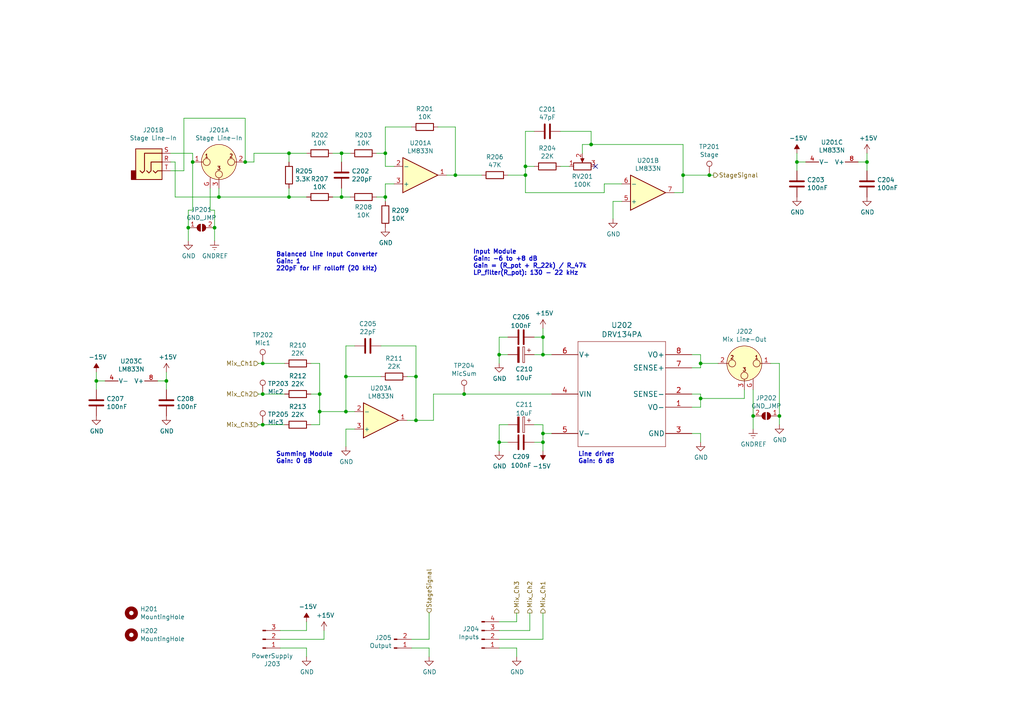
<source format=kicad_sch>
(kicad_sch (version 20211123) (generator eeschema)
  (paper "A4")
  (title_block (title "c3lingo interpeter unit -- mix and line I/O") (date "2022-12-30") (rev "v0.3.0") (company "Jannik Beyerstedt (jtbx)") (comment 1 "Prototype 2"))
  (lib_symbols
    (symbol "Amplifier_Operational:LM358" (pin_names (offset 0.127))
      (property "Reference" "U" (at 0 5.08 0))
      (property "Value" "LM358" (at 0 -5.08 0))
      (symbol "LM358_1_1"
        (polyline (pts (xy -5.08 5.08) (xy 5.08 0) (xy -5.08 -5.08) (xy -5.08 5.08)) (stroke (width 0.254)) (fill (type background)))
        (pin output line (at 7.62 0 180) (length 2.54) (name "~") (number "1"))
        (pin input line (at -7.62 -2.54 0) (length 2.54) (name "-") (number "2"))
        (pin input line (at -7.62 2.54 0) (length 2.54) (name "+") (number "3"))
      )
      (symbol "LM358_2_1"
        (polyline (pts (xy -5.08 5.08) (xy 5.08 0) (xy -5.08 -5.08) (xy -5.08 5.08)) (stroke (width 0.254)) (fill (type background)))
        (pin input line (at -7.62 2.54 0) (length 2.54) (name "+") (number "5"))
        (pin input line (at -7.62 -2.54 0) (length 2.54) (name "-") (number "6"))
        (pin output line (at 7.62 0 180) (length 2.54) (name "~") (number "7"))
      )
      (symbol "LM358_3_1"
        (pin power_in line (at -2.54 -7.62 90) (length 3.81) (name "V-") (number "4"))
        (pin power_in line (at -2.54 7.62 270) (length 3.81) (name "V+") (number "8"))
      )
    )
    (symbol "Connector:Conn_01x02_Male" (pin_names (offset 1.016) hide)
      (property "Reference" "J" (at 0 2.54 0))
      (property "Value" "Conn_01x02_Male" (at 0 -5.08 0))
      (symbol "Conn_01x02_Male_1_1"
        (polyline (pts (xy 1.27 -2.54) (xy 0.8636 -2.54)) (stroke (width 0.1524)))
        (polyline (pts (xy 1.27 0) (xy 0.8636 0)) (stroke (width 0.1524)))
        (rectangle (start 0.8636 -2.413) (end 0 -2.667) (stroke (width 0.1524)) (fill (type outline)))
        (rectangle (start 0.8636 0.127) (end 0 -0.127) (stroke (width 0.1524)) (fill (type outline)))
        (pin passive line (at 5.08 0 180) (length 3.81) (name "Pin_1") (number "1"))
        (pin passive line (at 5.08 -2.54 180) (length 3.81) (name "Pin_2") (number "2"))
      )
    )
    (symbol "Connector:Conn_01x03_Male" (pin_names (offset 1.016) hide)
      (property "Reference" "J" (at 0 5.08 0))
      (property "Value" "Conn_01x03_Male" (at 0 -5.08 0))
      (symbol "Conn_01x03_Male_1_1"
        (polyline (pts (xy 1.27 -2.54) (xy 0.8636 -2.54)) (stroke (width 0.1524)))
        (polyline (pts (xy 1.27 0) (xy 0.8636 0)) (stroke (width 0.1524)))
        (polyline (pts (xy 1.27 2.54) (xy 0.8636 2.54)) (stroke (width 0.1524)))
        (rectangle (start 0.8636 -2.413) (end 0 -2.667) (stroke (width 0.1524)) (fill (type outline)))
        (rectangle (start 0.8636 0.127) (end 0 -0.127) (stroke (width 0.1524)) (fill (type outline)))
        (rectangle (start 0.8636 2.667) (end 0 2.413) (stroke (width 0.1524)) (fill (type outline)))
        (pin passive line (at 5.08 2.54 180) (length 3.81) (name "Pin_1") (number "1"))
        (pin passive line (at 5.08 0 180) (length 3.81) (name "Pin_2") (number "2"))
        (pin passive line (at 5.08 -2.54 180) (length 3.81) (name "Pin_3") (number "3"))
      )
    )
    (symbol "Connector:Conn_01x04_Male" (pin_names (offset 1.016) hide)
      (property "Reference" "J" (at 0 5.08 0))
      (property "Value" "Conn_01x04_Male" (at 0 -7.62 0))
      (symbol "Conn_01x04_Male_1_1"
        (polyline (pts (xy 1.27 -5.08) (xy 0.8636 -5.08)) (stroke (width 0.1524)))
        (polyline (pts (xy 1.27 -2.54) (xy 0.8636 -2.54)) (stroke (width 0.1524)))
        (polyline (pts (xy 1.27 0) (xy 0.8636 0)) (stroke (width 0.1524)))
        (polyline (pts (xy 1.27 2.54) (xy 0.8636 2.54)) (stroke (width 0.1524)))
        (rectangle (start 0.8636 -4.953) (end 0 -5.207) (stroke (width 0.1524)) (fill (type outline)))
        (rectangle (start 0.8636 -2.413) (end 0 -2.667) (stroke (width 0.1524)) (fill (type outline)))
        (rectangle (start 0.8636 0.127) (end 0 -0.127) (stroke (width 0.1524)) (fill (type outline)))
        (rectangle (start 0.8636 2.667) (end 0 2.413) (stroke (width 0.1524)) (fill (type outline)))
        (pin passive line (at 5.08 2.54 180) (length 3.81) (name "Pin_1") (number "1"))
        (pin passive line (at 5.08 0 180) (length 3.81) (name "Pin_2") (number "2"))
        (pin passive line (at 5.08 -2.54 180) (length 3.81) (name "Pin_3") (number "3"))
        (pin passive line (at 5.08 -5.08 180) (length 3.81) (name "Pin_4") (number "4"))
      )
    )
    (symbol "Connector:TestPoint" (pin_numbers hide) (pin_names (offset 0.762) hide)
      (property "Reference" "TP" (at 0 6.858 0))
      (property "Value" "TestPoint" (at 0 5.08 0))
      (symbol "TestPoint_0_1"
        (circle (center 0 3.302) (radius 0.762))
      )
      (symbol "TestPoint_1_1"
        (pin passive line (at 0 0 90) (length 2.54) (name "1") (number "1"))
      )
    )
    (symbol "Connector:XLR3_AudioJack3_Combo_Ground" (pin_names hide)
      (property "Reference" "J" (at 0 10.16 0))
      (property "Value" "XLR3_AudioJack3_Combo_Ground" (at 0 7.62 0))
      (symbol "XLR3_AudioJack3_Combo_Ground_1_1"
        (circle (center -3.556 0) (radius 1.016))
        (circle (center 0 -3.556) (radius 1.016))
        (polyline (pts (xy -5.08 0) (xy -4.572 0)))
        (polyline (pts (xy -2.54 -5.08) (xy -2.54 -4.445)))
        (polyline (pts (xy 0 -5.08) (xy 0 -4.572)))
        (polyline (pts (xy 5.08 0) (xy 4.572 0)))
        (circle (center 0 0) (radius 5.08) (fill (type background)))
        (circle (center 3.556 0) (radius 1.016))
        (text "1" (at -3.556 1.778 0) (effects (font (size 1.016 1.016) bold)))
        (text "2" (at 3.556 1.778 0) (effects (font (size 1.016 1.016) bold)))
        (text "3" (at 0 -1.778 0) (effects (font (size 1.016 1.016) bold)))
        (pin passive line (at -7.62 0 0) (length 2.54) (name "~") (number "1"))
        (pin passive line (at 7.62 0 180) (length 2.54) (name "~") (number "2"))
        (pin passive line (at 0 -7.62 90) (length 2.54) (name "~") (number "3"))
        (pin passive line (at -2.54 -7.62 90) (length 2.54) (name "~") (number "G"))
      )
      (symbol "XLR3_AudioJack3_Combo_Ground_2_1"
        (rectangle (start -5.08 -2.54) (end -6.35 -5.08) (stroke (width 0.254)) (fill (type outline)))
        (polyline (pts (xy 0 -2.54) (xy 0.635 -3.175) (xy 1.27 -2.54) (xy 2.54 -2.54)) (stroke (width 0.254)))
        (polyline (pts (xy -1.905 -2.54) (xy -1.27 -3.175) (xy -0.635 -2.54) (xy -0.635 0) (xy 2.54 0)) (stroke (width 0.254)))
        (polyline (pts (xy 2.54 2.54) (xy -2.54 2.54) (xy -2.54 -2.54) (xy -3.175 -3.175) (xy -3.81 -2.54)) (stroke (width 0.254)))
        (rectangle (start 2.54 3.81) (end -5.08 -5.08) (stroke (width 0.254)) (fill (type background)))
        (pin passive line (at 5.08 0 180) (length 2.54) (name "~") (number "R"))
        (pin passive line (at 5.08 2.54 180) (length 2.54) (name "~") (number "S"))
        (pin passive line (at 5.08 -2.54 180) (length 2.54) (name "~") (number "T"))
      )
    )
    (symbol "Connector:XLR3_Ground" (pin_names hide)
      (property "Reference" "J" (at 0 8.89 0))
      (property "Value" "XLR3_Ground" (at 0 6.35 0))
      (symbol "XLR3_Ground_0_1"
        (circle (center -3.556 0) (radius 1.016))
        (circle (center 0 -3.556) (radius 1.016))
        (polyline (pts (xy -5.08 0) (xy -4.572 0)))
        (polyline (pts (xy -2.54 -5.08) (xy -2.54 -4.445)))
        (polyline (pts (xy 0 -5.08) (xy 0 -4.572)))
        (polyline (pts (xy 5.08 0) (xy 4.572 0)))
        (circle (center 0 0) (radius 5.08) (fill (type background)))
        (circle (center 3.556 0) (radius 1.016))
        (text "1" (at -3.556 1.778 0) (effects (font (size 1.016 1.016) bold)))
        (text "2" (at 3.556 1.778 0) (effects (font (size 1.016 1.016) bold)))
        (text "3" (at 0 -1.778 0) (effects (font (size 1.016 1.016) bold)))
        (pin passive line (at -7.62 0 0) (length 2.54) (name "~") (number "1"))
        (pin passive line (at 7.62 0 180) (length 2.54) (name "~") (number "2"))
        (pin passive line (at 0 -7.62 90) (length 2.54) (name "~") (number "3"))
      )
      (symbol "XLR3_Ground_1_1"
        (pin passive line (at -2.54 -7.62 90) (length 2.54) (name "~") (number "G"))
      )
    )
    (symbol "Device:C" (pin_numbers hide) (pin_names (offset 0.254))
      (property "Reference" "C" (at 0.635 2.54 0))
      (property "Value" "C" (at 0.635 -2.54 0))
      (symbol "C_0_1"
        (polyline (pts (xy -2.032 -0.762) (xy 2.032 -0.762)) (stroke (width 0.508)))
        (polyline (pts (xy -2.032 0.762) (xy 2.032 0.762)) (stroke (width 0.508)))
      )
      (symbol "C_1_1"
        (pin passive line (at 0 3.81 270) (length 2.794) (name "~") (number "1"))
        (pin passive line (at 0 -3.81 90) (length 2.794) (name "~") (number "2"))
      )
    )
    (symbol "Device:C_Polarized" (pin_numbers hide) (pin_names (offset 0.254))
      (property "Reference" "C" (at 0.635 2.54 0))
      (property "Value" "C_Polarized" (at 0.635 -2.54 0))
      (symbol "C_Polarized_0_1"
        (rectangle (start -2.286 0.508) (end 2.286 1.016))
        (polyline (pts (xy -1.778 2.286) (xy -0.762 2.286)))
        (polyline (pts (xy -1.27 2.794) (xy -1.27 1.778)))
        (rectangle (start 2.286 -0.508) (end -2.286 -1.016) (fill (type outline)))
      )
      (symbol "C_Polarized_1_1"
        (pin passive line (at 0 3.81 270) (length 2.794) (name "~") (number "1"))
        (pin passive line (at 0 -3.81 90) (length 2.794) (name "~") (number "2"))
      )
    )
    (symbol "Device:R" (pin_numbers hide) (pin_names (offset 0))
      (property "Reference" "R" (at 2.032 0 90))
      (property "Value" "R" (at 0 0 90))
      (symbol "R_0_1"
        (rectangle (start -1.016 -2.54) (end 1.016 2.54) (stroke (width 0.254)))
      )
      (symbol "R_1_1"
        (pin passive line (at 0 3.81 270) (length 1.27) (name "~") (number "1"))
        (pin passive line (at 0 -3.81 90) (length 1.27) (name "~") (number "2"))
      )
    )
    (symbol "Device:R_Potentiometer" (pin_names (offset 1.016) hide)
      (property "Reference" "RV" (at -4.445 0 90))
      (property "Value" "R_Potentiometer" (at -2.54 0 90))
      (symbol "R_Potentiometer_0_1"
        (polyline (pts (xy 2.54 0) (xy 1.524 0)))
        (polyline (pts (xy 1.143 0) (xy 2.286 0.508) (xy 2.286 -0.508) (xy 1.143 0)) (fill (type outline)))
        (rectangle (start 1.016 2.54) (end -1.016 -2.54) (stroke (width 0.254)))
      )
      (symbol "R_Potentiometer_1_1"
        (pin passive line (at 0 3.81 270) (length 1.27) (name "1") (number "1"))
        (pin passive line (at 3.81 0 180) (length 1.27) (name "2") (number "2"))
        (pin passive line (at 0 -3.81 90) (length 1.27) (name "3") (number "3"))
      )
    )
    (symbol "JBeyerstedt-Library:DRV134PA" (pin_names (offset 0.254))
      (property "Reference" "U" (at 20.32 12.7 0))
      (property "Value" "DRV134PA" (at 20.32 10.16 0))
      (symbol "DRV134PA_1_1"
        (polyline (pts (xy 7.62 -22.86) (xy 33.02 -22.86)) (stroke (width 0.127)))
        (polyline (pts (xy 7.62 7.62) (xy 7.62 -22.86)) (stroke (width 0.127)))
        (polyline (pts (xy 33.02 -22.86) (xy 33.02 7.62)) (stroke (width 0.127)))
        (polyline (pts (xy 33.02 7.62) (xy 7.62 7.62)) (stroke (width 0.127)))
        (pin output line (at 40.64 -11.43 180) (length 7.62) (name "VO-") (number "1"))
        (pin input line (at 40.64 -7.62 180) (length 7.62) (name "SENSE-") (number "2"))
        (pin power_in line (at 40.64 -19.05 180) (length 7.62) (name "GND") (number "3"))
        (pin input line (at 0 -7.62 0) (length 7.62) (name "VIN") (number "4"))
        (pin power_in line (at 0 -19.05 0) (length 7.62) (name "V-") (number "5"))
        (pin power_in line (at 0 3.81 0) (length 7.62) (name "V+") (number "6"))
        (pin input line (at 40.64 0 180) (length 7.62) (name "SENSE+") (number "7"))
        (pin output line (at 40.64 3.81 180) (length 7.62) (name "VO+") (number "8"))
      )
    )
    (symbol "Jumper:SolderJumper_2_Open" (pin_names (offset 0) hide)
      (property "Reference" "JP" (at 0 2.032 0))
      (property "Value" "SolderJumper_2_Open" (at 0 -2.54 0))
      (symbol "SolderJumper_2_Open_0_1"
        (arc (start -0.254 1.016) (mid -1.27 0) (end -0.254 -1.016))
        (arc (start -0.254 1.016) (mid -1.27 0) (end -0.254 -1.016) (fill (type outline)))
        (polyline (pts (xy -0.254 1.016) (xy -0.254 -1.016)))
        (polyline (pts (xy 0.254 1.016) (xy 0.254 -1.016)))
        (arc (start 0.254 -1.016) (mid 1.27 0) (end 0.254 1.016))
        (arc (start 0.254 -1.016) (mid 1.27 0) (end 0.254 1.016) (fill (type outline)))
      )
      (symbol "SolderJumper_2_Open_1_1"
        (pin passive line (at -3.81 0 0) (length 2.54) (name "A") (number "1"))
        (pin passive line (at 3.81 0 180) (length 2.54) (name "B") (number "2"))
      )
    )
    (symbol "Mechanical:MountingHole" (pin_names (offset 1.016))
      (property "Reference" "H" (at 0 5.08 0))
      (property "Value" "MountingHole" (at 0 3.175 0))
      (symbol "MountingHole_0_1"
        (circle (center 0 0) (radius 1.27) (stroke (width 1.27)))
      )
    )
    (symbol "power:+15V" (power) (pin_names (offset 0))
      (property "Value" "+15V" (at 0 3.556 0))
      (symbol "+15V_0_1"
        (polyline (pts (xy -0.762 1.27) (xy 0 2.54)))
        (polyline (pts (xy 0 0) (xy 0 2.54)))
        (polyline (pts (xy 0 2.54) (xy 0.762 1.27)))
      )
      (symbol "+15V_1_1"
        (pin power_in line (at 0 0 90) (length 0) hide (name "+15V") (number "1"))
      )
    )
    (symbol "power:-15V" (power) (pin_names (offset 0))
      (property "Value" "-15V" (at 0 3.81 0))
      (symbol "-15V_0_0"
        (pin power_in line (at 0 0 90) (length 0) hide (name "-15V") (number "1"))
      )
      (symbol "-15V_0_1"
        (polyline (pts (xy 0 0) (xy 0 1.27) (xy 0.762 1.27) (xy 0 2.54) (xy -0.762 1.27) (xy 0 1.27)) (fill (type outline)))
      )
    )
    (symbol "power:GND" (power) (pin_names (offset 0))
      (property "Value" "GND" (at 0 -3.81 0))
      (symbol "GND_0_1"
        (polyline (pts (xy 0 0) (xy 0 -1.27) (xy 1.27 -1.27) (xy 0 -2.54) (xy -1.27 -1.27) (xy 0 -1.27)))
      )
      (symbol "GND_1_1"
        (pin power_in line (at 0 0 270) (length 0) hide (name "GND") (number "1"))
      )
    )
    (symbol "power:GNDREF" (power) (pin_names (offset 0))
      (property "Value" "GNDREF" (at 0 -3.81 0))
      (symbol "GNDREF_0_1"
        (polyline (pts (xy -0.635 -1.905) (xy 0.635 -1.905)))
        (polyline (pts (xy -0.127 -2.54) (xy 0.127 -2.54)))
        (polyline (pts (xy 0 -1.27) (xy 0 0)))
        (polyline (pts (xy 1.27 -1.27) (xy -1.27 -1.27)))
      )
      (symbol "GNDREF_1_1"
        (pin power_in line (at 0 0 270) (length 0) hide (name "GNDREF") (number "1"))
      )
    )
  )
  (junction (at 120.65 109.22))
  (junction (at 76.2 114.3))
  (junction (at 226.06 120.65))
  (junction (at 231.14 46.99))
  (junction (at 198.12 50.8))
  (junction (at 111.76 44.45))
  (junction (at 152.4 50.8))
  (junction (at 132.08 50.8))
  (junction (at 27.94 110.49))
  (junction (at 100.33 109.22))
  (junction (at 157.48 97.79))
  (junction (at 251.46 46.99))
  (junction (at 205.74 50.8))
  (junction (at 62.23 66.04))
  (junction (at 171.45 41.91))
  (junction (at 134.62 114.3))
  (junction (at 83.82 57.15))
  (junction (at 120.65 121.92))
  (junction (at 111.76 57.15))
  (junction (at 92.71 119.38))
  (junction (at 55.88 46.99))
  (junction (at 83.82 44.45))
  (junction (at 71.12 46.99))
  (junction (at 203.2 105.41))
  (junction (at 54.61 66.04))
  (junction (at 144.78 102.87))
  (junction (at 92.71 114.3))
  (junction (at 218.44 120.65))
  (junction (at 144.78 128.27))
  (junction (at 100.33 119.38))
  (junction (at 203.2 115.57))
  (junction (at 76.2 105.41))
  (junction (at 152.4 48.26))
  (junction (at 76.2 123.19))
  (junction (at 48.26 110.49))
  (junction (at 99.06 57.15))
  (junction (at 157.48 102.87))
  (junction (at 157.48 125.73))
  (junction (at 99.06 44.45))
  (junction (at 157.48 128.27))
  (junction (at 63.5 57.15))
  (no_connect (at 172.72 48.26))
  (wire (pts (xy 198.12 50.8) (xy 205.74 50.8)))
  (wire (pts (xy 27.94 110.49) (xy 30.48 110.49)))
  (wire (pts (xy 203.2 102.87) (xy 200.66 102.87)))
  (wire (pts (xy 144.78 185.42) (xy 157.48 185.42)))
  (wire (pts (xy 74.93 123.19) (xy 76.2 123.19)))
  (wire (pts (xy 92.71 105.41) (xy 92.71 114.3)))
  (wire (pts (xy 223.52 105.41) (xy 226.06 105.41)))
  (wire (pts (xy 144.78 105.41) (xy 144.78 102.87)))
  (wire (pts (xy 111.76 48.26) (xy 114.3 48.26)))
  (wire (pts (xy 99.06 57.15) (xy 101.6 57.15)))
  (wire (pts (xy 50.8 57.15) (xy 50.8 46.99)))
  (wire (pts (xy 157.48 97.79) (xy 157.48 102.87)))
  (wire (pts (xy 203.2 115.57) (xy 203.2 118.11)))
  (wire (pts (xy 50.8 57.15) (xy 63.5 57.15)))
  (wire (pts (xy 157.48 185.42) (xy 157.48 177.8)))
  (wire (pts (xy 45.72 110.49) (xy 48.26 110.49)))
  (wire (pts (xy 152.4 48.26) (xy 152.4 50.8)))
  (wire (pts (xy 168.91 41.91) (xy 171.45 41.91)))
  (wire (pts (xy 231.14 44.45) (xy 231.14 46.99)))
  (wire (pts (xy 144.78 182.88) (xy 153.67 182.88)))
  (wire (pts (xy 168.91 44.45) (xy 168.91 41.91)))
  (wire (pts (xy 218.44 113.03) (xy 218.44 120.65)))
  (wire (pts (xy 132.08 50.8) (xy 129.54 50.8)))
  (wire (pts (xy 153.67 182.88) (xy 153.67 177.8)))
  (wire (pts (xy 53.34 34.29) (xy 71.12 34.29)))
  (wire (pts (xy 152.4 48.26) (xy 152.4 38.1)))
  (wire (pts (xy 60.96 60.96) (xy 62.23 60.96)))
  (wire (pts (xy 205.74 50.8) (xy 207.01 50.8)))
  (wire (pts (xy 200.66 125.73) (xy 203.2 125.73)))
  (wire (pts (xy 157.48 128.27) (xy 157.48 125.73)))
  (wire (pts (xy 157.48 125.73) (xy 157.48 123.19)))
  (wire (pts (xy 49.53 44.45) (xy 55.88 44.45)))
  (wire (pts (xy 154.94 128.27) (xy 157.48 128.27)))
  (wire (pts (xy 154.94 97.79) (xy 157.48 97.79)))
  (wire (pts (xy 111.76 36.83) (xy 119.38 36.83)))
  (wire (pts (xy 74.93 105.41) (xy 76.2 105.41)))
  (wire (pts (xy 152.4 55.88) (xy 175.26 55.88)))
  (wire (pts (xy 83.82 57.15) (xy 88.9 57.15)))
  (wire (pts (xy 231.14 46.99) (xy 233.68 46.99)))
  (wire (pts (xy 152.4 50.8) (xy 152.4 55.88)))
  (wire (pts (xy 144.78 102.87) (xy 147.32 102.87)))
  (wire (pts (xy 200.66 106.68) (xy 203.2 106.68)))
  (wire (pts (xy 73.66 44.45) (xy 73.66 46.99)))
  (wire (pts (xy 144.78 187.96) (xy 149.86 187.96)))
  (wire (pts (xy 100.33 109.22) (xy 110.49 109.22)))
  (wire (pts (xy 92.71 114.3) (xy 92.71 119.38)))
  (wire (pts (xy 99.06 44.45) (xy 101.6 44.45)))
  (wire (pts (xy 100.33 100.33) (xy 102.87 100.33)))
  (wire (pts (xy 93.98 185.42) (xy 93.98 182.88)))
  (wire (pts (xy 83.82 44.45) (xy 83.82 46.99)))
  (wire (pts (xy 175.26 53.34) (xy 180.34 53.34)))
  (wire (pts (xy 144.78 102.87) (xy 144.78 97.79)))
  (wire (pts (xy 198.12 55.88) (xy 195.58 55.88)))
  (wire (pts (xy 102.87 119.38) (xy 100.33 119.38)))
  (wire (pts (xy 71.12 46.99) (xy 73.66 46.99)))
  (wire (pts (xy 171.45 41.91) (xy 198.12 41.91)))
  (wire (pts (xy 144.78 180.34) (xy 149.86 180.34)))
  (wire (pts (xy 119.38 187.96) (xy 124.46 187.96)))
  (wire (pts (xy 119.38 185.42) (xy 124.46 185.42)))
  (wire (pts (xy 147.32 50.8) (xy 152.4 50.8)))
  (wire (pts (xy 111.76 53.34) (xy 111.76 57.15)))
  (wire (pts (xy 76.2 105.41) (xy 82.55 105.41)))
  (wire (pts (xy 111.76 44.45) (xy 111.76 36.83)))
  (wire (pts (xy 226.06 105.41) (xy 226.06 120.65)))
  (wire (pts (xy 132.08 50.8) (xy 139.7 50.8)))
  (wire (pts (xy 63.5 57.15) (xy 83.82 57.15)))
  (wire (pts (xy 203.2 118.11) (xy 200.66 118.11)))
  (wire (pts (xy 134.62 114.3) (xy 160.02 114.3)))
  (wire (pts (xy 88.9 187.96) (xy 88.9 190.5)))
  (wire (pts (xy 109.22 57.15) (xy 111.76 57.15)))
  (wire (pts (xy 125.73 114.3) (xy 125.73 121.92)))
  (wire (pts (xy 251.46 46.99) (xy 251.46 49.53)))
  (wire (pts (xy 147.32 123.19) (xy 144.78 123.19)))
  (wire (pts (xy 198.12 50.8) (xy 198.12 55.88)))
  (wire (pts (xy 147.32 128.27) (xy 144.78 128.27)))
  (wire (pts (xy 120.65 100.33) (xy 110.49 100.33)))
  (wire (pts (xy 76.2 123.19) (xy 82.55 123.19)))
  (wire (pts (xy 171.45 38.1) (xy 162.56 38.1)))
  (wire (pts (xy 49.53 49.53) (xy 53.34 49.53)))
  (wire (pts (xy 48.26 110.49) (xy 48.26 107.95)))
  (wire (pts (xy 120.65 121.92) (xy 125.73 121.92)))
  (wire (pts (xy 157.48 95.25) (xy 157.48 97.79)))
  (wire (pts (xy 251.46 46.99) (xy 251.46 44.45)))
  (wire (pts (xy 200.66 114.3) (xy 203.2 114.3)))
  (wire (pts (xy 74.93 114.3) (xy 76.2 114.3)))
  (wire (pts (xy 144.78 123.19) (xy 144.78 128.27)))
  (wire (pts (xy 92.71 114.3) (xy 90.17 114.3)))
  (wire (pts (xy 54.61 66.04) (xy 54.61 69.85)))
  (wire (pts (xy 60.96 54.61) (xy 60.96 60.96)))
  (wire (pts (xy 99.06 44.45) (xy 99.06 46.99)))
  (wire (pts (xy 203.2 125.73) (xy 203.2 128.27)))
  (wire (pts (xy 157.48 125.73) (xy 160.02 125.73)))
  (wire (pts (xy 177.8 58.42) (xy 177.8 63.5)))
  (wire (pts (xy 180.34 58.42) (xy 177.8 58.42)))
  (wire (pts (xy 100.33 124.46) (xy 100.33 129.54)))
  (wire (pts (xy 149.86 187.96) (xy 149.86 190.5)))
  (wire (pts (xy 81.28 182.88) (xy 88.9 182.88)))
  (wire (pts (xy 111.76 57.15) (xy 111.76 58.42)))
  (wire (pts (xy 203.2 115.57) (xy 215.9 115.57)))
  (wire (pts (xy 226.06 120.65) (xy 226.06 123.19)))
  (wire (pts (xy 215.9 115.57) (xy 215.9 113.03)))
  (wire (pts (xy 203.2 106.68) (xy 203.2 105.41)))
  (wire (pts (xy 124.46 187.96) (xy 124.46 190.5)))
  (wire (pts (xy 76.2 114.3) (xy 82.55 114.3)))
  (wire (pts (xy 120.65 121.92) (xy 118.11 121.92)))
  (wire (pts (xy 162.56 48.26) (xy 165.1 48.26)))
  (wire (pts (xy 203.2 105.41) (xy 203.2 102.87)))
  (wire (pts (xy 55.88 44.45) (xy 55.88 46.99)))
  (wire (pts (xy 157.48 102.87) (xy 160.02 102.87)))
  (wire (pts (xy 48.26 110.49) (xy 48.26 113.03)))
  (wire (pts (xy 73.66 44.45) (xy 83.82 44.45)))
  (wire (pts (xy 154.94 102.87) (xy 157.48 102.87)))
  (wire (pts (xy 27.94 110.49) (xy 27.94 113.03)))
  (wire (pts (xy 54.61 60.96) (xy 54.61 66.04)))
  (wire (pts (xy 83.82 54.61) (xy 83.82 57.15)))
  (wire (pts (xy 120.65 109.22) (xy 120.65 100.33)))
  (wire (pts (xy 62.23 66.04) (xy 62.23 69.85)))
  (wire (pts (xy 83.82 44.45) (xy 88.9 44.45)))
  (wire (pts (xy 118.11 109.22) (xy 120.65 109.22)))
  (wire (pts (xy 144.78 97.79) (xy 147.32 97.79)))
  (wire (pts (xy 125.73 114.3) (xy 134.62 114.3)))
  (wire (pts (xy 144.78 128.27) (xy 144.78 130.81)))
  (wire (pts (xy 100.33 119.38) (xy 100.33 109.22)))
  (wire (pts (xy 120.65 109.22) (xy 120.65 121.92)))
  (wire (pts (xy 175.26 53.34) (xy 175.26 55.88)))
  (wire (pts (xy 96.52 57.15) (xy 99.06 57.15)))
  (wire (pts (xy 111.76 53.34) (xy 114.3 53.34)))
  (wire (pts (xy 96.52 44.45) (xy 99.06 44.45)))
  (wire (pts (xy 171.45 41.91) (xy 171.45 38.1)))
  (wire (pts (xy 248.92 46.99) (xy 251.46 46.99)))
  (wire (pts (xy 90.17 105.41) (xy 92.71 105.41)))
  (wire (pts (xy 53.34 49.53) (xy 53.34 34.29)))
  (wire (pts (xy 218.44 120.65) (xy 218.44 124.46)))
  (wire (pts (xy 55.88 46.99) (xy 55.88 60.96)))
  (wire (pts (xy 124.46 185.42) (xy 124.46 177.8)))
  (wire (pts (xy 92.71 123.19) (xy 90.17 123.19)))
  (wire (pts (xy 127 36.83) (xy 132.08 36.83)))
  (wire (pts (xy 102.87 124.46) (xy 100.33 124.46)))
  (wire (pts (xy 132.08 36.83) (xy 132.08 50.8)))
  (wire (pts (xy 149.86 180.34) (xy 149.86 177.8)))
  (wire (pts (xy 152.4 38.1) (xy 154.94 38.1)))
  (wire (pts (xy 109.22 44.45) (xy 111.76 44.45)))
  (wire (pts (xy 198.12 41.91) (xy 198.12 50.8)))
  (wire (pts (xy 99.06 57.15) (xy 99.06 54.61)))
  (wire (pts (xy 63.5 54.61) (xy 63.5 57.15)))
  (wire (pts (xy 157.48 128.27) (xy 157.48 130.81)))
  (wire (pts (xy 55.88 60.96) (xy 54.61 60.96)))
  (wire (pts (xy 88.9 182.88) (xy 88.9 180.34)))
  (wire (pts (xy 157.48 123.19) (xy 154.94 123.19)))
  (wire (pts (xy 81.28 185.42) (xy 93.98 185.42)))
  (wire (pts (xy 152.4 48.26) (xy 154.94 48.26)))
  (wire (pts (xy 62.23 60.96) (xy 62.23 66.04)))
  (wire (pts (xy 208.28 105.41) (xy 203.2 105.41)))
  (wire (pts (xy 92.71 119.38) (xy 92.71 123.19)))
  (wire (pts (xy 111.76 44.45) (xy 111.76 48.26)))
  (wire (pts (xy 27.94 107.95) (xy 27.94 110.49)))
  (wire (pts (xy 203.2 114.3) (xy 203.2 115.57)))
  (wire (pts (xy 100.33 109.22) (xy 100.33 100.33)))
  (wire (pts (xy 50.8 46.99) (xy 49.53 46.99)))
  (wire (pts (xy 81.28 187.96) (xy 88.9 187.96)))
  (wire (pts (xy 92.71 119.38) (xy 100.33 119.38)))
  (wire (pts (xy 231.14 46.99) (xy 231.14 49.53)))
  (wire (pts (xy 71.12 34.29) (xy 71.12 46.99)))
  (text "Input Module\nGain: -6 to +8 dB\nGain = (R_pot + R_22k) / R_47k\nLP_filter(R_pot): 130 - 22 kHz" (at 137.16 80.01 0) (effects (font (size 1.27 1.27) (thickness 0.254) bold) (justify left bottom)))
  (text "Line driver\nGain: 6 dB" (at 167.64 134.62 0) (effects (font (size 1.27 1.27) (thickness 0.254) bold) (justify left bottom)))
  (text "Balanced Line Input Converter\nGain: 1\n220pF for HF rolloff (20 kHz)" (at 80.01 78.74 0) (effects (font (size 1.27 1.27) (thickness 0.254) bold) (justify left bottom)))
  (text "Summing Module\nGain: 0 dB" (at 80.01 134.62 0) (effects (font (size 1.27 1.27) (thickness 0.254) bold) (justify left bottom)))
  (hierarchical_label "StageSignal" (shape input) (at 124.46 177.8 90))
  (hierarchical_label "Mix_Ch2" (shape output) (at 153.67 177.8 90))
  (hierarchical_label "StageSignal" (shape output) (at 207.01 50.8 0))
  (hierarchical_label "Mix_Ch2" (shape input) (at 74.93 114.3 180))
  (hierarchical_label "Mix_Ch3" (shape input) (at 74.93 123.19 180))
  (hierarchical_label "Mix_Ch1" (shape output) (at 157.48 177.8 90))
  (hierarchical_label "Mix_Ch1" (shape input) (at 74.93 105.41 180))
  (hierarchical_label "Mix_Ch3" (shape output) (at 149.86 177.8 90))
  (symbol (lib_id "Amplifier_Operational:LM358") (at 121.92 50.8 0) (mirror x) (unit 1)
    (property "Reference" "U201" (at 121.92 41.4782 0))
    (property "Value" "LM833N" (at 121.92 43.7896 0))
    (property "Footprint" "Package_DIP:DIP-8_W7.62mm_Socket_LongPads" (effects hide))
    (property "Datasheet" "https://www.ti.com/lit/ds/symlink/lm833.pdf" (effects hide))
    (property "Model" "+DIP-8 Socket" (effects hide))
  )
  (symbol (lib_id "Connector:XLR3_AudioJack3_Combo_Ground") (at 63.5 46.99 0) (unit 1)
    (property "Reference" "J201" (at 63.5 37.719 0))
    (property "Value" "Stage Line-In" (at 63.5 40.0304 0))
    (property "Footprint" "Connector_Audio:Jack_XLR-6.35mm_Neutrik_NCJ6FA-H_Horizontal" (effects hide))
    (property "Datasheet" "https://www.neutrik.com/media/8443/download/ncj6fah-2.pdf" (effects hide))
    (property "Model" "NCJ6FA-H (Horiz. Combo Jack)" (effects hide))
  )
  (symbol (lib_id "Connector:XLR3_AudioJack3_Combo_Ground") (at 44.45 46.99 0) (unit 2)
    (property "Reference" "J201" (at 44.45 37.719 0))
    (property "Value" "Stage Line-In" (at 44.45 40.0304 0))
    (property "Footprint" "Connector_Audio:Jack_XLR-6.35mm_Neutrik_NCJ6FA-H_Horizontal" (effects hide))
    (property "Datasheet" "https://www.neutrik.com/media/8443/download/ncj6fah-2.pdf" (effects hide))
    (property "Model" "Combo XLR + 6.3 mm Jack" (effects hide))
  )
  (symbol (lib_id "Connector:XLR3_Ground") (at 215.9 105.41 0) (mirror y) (unit 1)
    (property "Reference" "J202" (at 215.9 96.139 0))
    (property "Value" "Mix Line-Out" (at 215.9 98.4504 0))
    (property "Footprint" "Connector_Audio:Jack_XLR_Neutrik_NC3MAAH_Horizontal" (effects hide))
    (property "Datasheet" "https://www.neutrik.com/media/8341/download/nc3maah-1.pdf" (effects hide))
    (property "Model" "NC3MAAH (Horiz. XLR Male)" (effects hide))
  )
  (symbol (lib_id "power:GND") (at 54.61 69.85 0) (unit 1)
    (property "Reference" "#PWR0207" (effects hide))
    (property "Value" "GND" (at 54.737 74.2442 0))
  )
  (symbol (lib_id "Amplifier_Operational:LM358") (at 187.96 55.88 0) (mirror x) (unit 2)
    (property "Reference" "U201" (at 187.96 46.5582 0))
    (property "Value" "LM833N" (at 187.96 48.8696 0))
    (property "Footprint" "Package_DIP:DIP-8_W7.62mm_Socket_LongPads" (effects hide))
    (property "Datasheet" "https://www.ti.com/lit/ds/symlink/lm833.pdf" (effects hide))
    (property "Model" "+DIP-8 Socket" (effects hide))
  )
  (symbol (lib_id "Amplifier_Operational:LM358") (at 241.3 49.53 270) (unit 3)
    (property "Reference" "U201" (at 241.3 41.275 90))
    (property "Value" "LM833N" (at 241.3 43.5864 90))
    (property "Footprint" "Package_DIP:DIP-8_W7.62mm_Socket_LongPads" (effects hide))
    (property "Datasheet" "https://www.ti.com/lit/ds/symlink/lm833.pdf" (effects hide))
    (property "Model" "+DIP-8 Socket" (effects hide))
  )
  (symbol (lib_id "power:GND") (at 251.46 57.15 0) (unit 1)
    (property "Reference" "#PWR0204" (effects hide))
    (property "Value" "GND" (at 251.587 61.5442 0))
  )
  (symbol (lib_id "power:GND") (at 231.14 57.15 0) (unit 1)
    (property "Reference" "#PWR0203" (effects hide))
    (property "Value" "GND" (at 231.267 61.5442 0))
  )
  (symbol (lib_id "power:-15V") (at 231.14 44.45 0) (unit 1)
    (property "Reference" "#PWR0201" (effects hide))
    (property "Value" "-15V" (at 231.521 40.0558 0))
  )
  (symbol (lib_id "power:+15V") (at 251.46 44.45 0) (unit 1)
    (property "Reference" "#PWR0202" (effects hide))
    (property "Value" "+15V" (at 251.841 40.0558 0))
  )
  (symbol (lib_id "Device:C") (at 231.14 53.34 180) (unit 1)
    (property "Reference" "C203" (at 234.061 52.1716 0) (effects (justify right)))
    (property "Value" "100nF" (at 234.061 54.483 0) (effects (justify right)))
    (property "Footprint" "Capacitor_THT:C_Disc_D5.0mm_W2.5mm_P5.00mm" (effects hide))
  )
  (symbol (lib_id "Device:C") (at 251.46 53.34 180) (unit 1)
    (property "Reference" "C204" (at 254.381 52.1716 0) (effects (justify right)))
    (property "Value" "100nF" (at 254.381 54.483 0) (effects (justify right)))
    (property "Footprint" "Capacitor_THT:C_Disc_D5.0mm_W2.5mm_P5.00mm" (effects hide))
  )
  (symbol (lib_id "Device:C") (at 158.75 38.1 270) (unit 1)
    (property "Reference" "C201" (at 158.75 31.6992 90))
    (property "Value" "47pF" (at 158.75 34.0106 90))
    (property "Footprint" "Capacitor_THT:C_Disc_D5.0mm_W2.5mm_P5.00mm" (effects hide))
  )
  (symbol (lib_id "Device:R") (at 105.41 44.45 270) (unit 1)
    (property "Reference" "R203" (at 105.41 39.1922 90))
    (property "Value" "10K" (at 105.41 41.5036 90))
    (property "Footprint" "Resistor_THT:R_Axial_DIN0207_L6.3mm_D2.5mm_P10.16mm_Horizontal" (effects hide))
  )
  (symbol (lib_id "Device:R") (at 105.41 57.15 270) (unit 1)
    (property "Reference" "R208" (at 105.41 60.071 90))
    (property "Value" "10K" (at 105.41 62.3824 90))
    (property "Footprint" "Resistor_THT:R_Axial_DIN0207_L6.3mm_D2.5mm_P10.16mm_Horizontal" (effects hide))
  )
  (symbol (lib_id "Device:R") (at 123.19 36.83 270) (unit 1)
    (property "Reference" "R201" (at 123.19 31.5722 90))
    (property "Value" "10K" (at 123.19 33.8836 90))
    (property "Footprint" "Resistor_THT:R_Axial_DIN0207_L6.3mm_D2.5mm_P10.16mm_Horizontal" (effects hide))
  )
  (symbol (lib_id "Device:R") (at 111.76 62.23 0) (unit 1)
    (property "Reference" "R209" (at 113.538 61.0616 0) (effects (justify left)))
    (property "Value" "10K" (at 113.538 63.373 0) (effects (justify left)))
    (property "Footprint" "Resistor_THT:R_Axial_DIN0207_L6.3mm_D2.5mm_P10.16mm_Horizontal" (effects hide))
  )
  (symbol (lib_id "power:GND") (at 111.76 66.04 0) (unit 1)
    (property "Reference" "#PWR0206" (effects hide))
    (property "Value" "GND" (at 111.887 70.4342 0))
  )
  (symbol (lib_id "Device:R") (at 143.51 50.8 270) (unit 1)
    (property "Reference" "R206" (at 143.51 45.5422 90))
    (property "Value" "47K" (at 143.51 47.8536 90))
    (property "Footprint" "Resistor_THT:R_Axial_DIN0207_L6.3mm_D2.5mm_P10.16mm_Horizontal" (effects hide))
  )
  (symbol (lib_id "Device:R") (at 158.75 48.26 270) (unit 1)
    (property "Reference" "R204" (at 158.75 43.0022 90))
    (property "Value" "22K" (at 158.75 45.3136 90))
    (property "Footprint" "Resistor_THT:R_Axial_DIN0207_L6.3mm_D2.5mm_P10.16mm_Horizontal" (effects hide))
  )
  (symbol (lib_id "Device:R_Potentiometer") (at 168.91 48.26 90) (unit 1)
    (property "Reference" "RV201" (at 168.91 51.181 90))
    (property "Value" "100K" (at 168.91 53.4924 90))
    (property "Footprint" "Potentiometer_THT:Potentiometer_Vishay_T73XX_Horizontal" (effects hide))
    (property "Model" "Vishay M64Y104" (effects hide))
  )
  (symbol (lib_id "power:GND") (at 177.8 63.5 0) (unit 1)
    (property "Reference" "#PWR0205" (effects hide))
    (property "Value" "GND" (at 177.927 67.8942 0))
  )
  (symbol (lib_id "Connector:TestPoint") (at 205.74 50.8 0) (unit 1)
    (property "Reference" "TP201" (at 205.74 42.545 0))
    (property "Value" "Stage" (at 205.74 44.8564 0))
    (property "Footprint" "TestPoint:TestPoint_THTPad_D2.0mm_Drill1.0mm" (effects hide))
  )
  (symbol (lib_id "Connector:TestPoint") (at 134.62 114.3 0) (unit 1)
    (property "Reference" "TP204" (at 134.62 106.045 0))
    (property "Value" "MicSum" (at 134.62 108.3564 0))
    (property "Footprint" "TestPoint:TestPoint_THTPad_D2.0mm_Drill1.0mm" (effects hide))
  )
  (symbol (lib_id "Connector:TestPoint") (at 76.2 105.41 0) (unit 1)
    (property "Reference" "TP202" (at 76.2 97.155 0))
    (property "Value" "Mic1" (at 76.2 99.4664 0))
    (property "Footprint" "TestPoint:TestPoint_THTPad_D2.0mm_Drill1.0mm" (effects hide))
  )
  (symbol (lib_id "Connector:TestPoint") (at 76.2 114.3 0) (unit 1)
    (property "Reference" "TP203" (at 77.6732 111.3028 0) (effects (justify left)))
    (property "Value" "Mic2" (at 77.6732 113.6142 0) (effects (justify left)))
    (property "Footprint" "TestPoint:TestPoint_THTPad_D2.0mm_Drill1.0mm" (effects hide))
  )
  (symbol (lib_id "Connector:TestPoint") (at 76.2 123.19 0) (unit 1)
    (property "Reference" "TP205" (at 77.6732 120.1928 0) (effects (justify left)))
    (property "Value" "Mic3" (at 77.6732 122.5042 0) (effects (justify left)))
    (property "Footprint" "TestPoint:TestPoint_THTPad_D2.0mm_Drill1.0mm" (effects hide))
  )
  (symbol (lib_id "Amplifier_Operational:LM358") (at 110.49 121.92 0) (mirror x) (unit 1)
    (property "Reference" "U203" (at 110.49 112.5982 0))
    (property "Value" "LM833N" (at 110.49 114.9096 0))
    (property "Footprint" "Package_DIP:DIP-8_W7.62mm_Socket_LongPads" (effects hide))
    (property "Datasheet" "https://www.ti.com/lit/ds/symlink/lm833.pdf" (effects hide))
    (property "Model" "+DIP-8 Socket" (effects hide))
  )
  (symbol (lib_id "power:GND") (at 48.26 120.65 0) (unit 1)
    (property "Reference" "#PWR0214" (effects hide))
    (property "Value" "GND" (at 48.387 125.0442 0))
  )
  (symbol (lib_id "power:GND") (at 27.94 120.65 0) (unit 1)
    (property "Reference" "#PWR0213" (effects hide))
    (property "Value" "GND" (at 28.067 125.0442 0))
  )
  (symbol (lib_id "Device:C") (at 27.94 116.84 180) (unit 1)
    (property "Reference" "C207" (at 30.861 115.6716 0) (effects (justify right)))
    (property "Value" "100nF" (at 30.861 117.983 0) (effects (justify right)))
    (property "Footprint" "Capacitor_THT:C_Disc_D5.0mm_W2.5mm_P5.00mm" (effects hide))
  )
  (symbol (lib_id "Device:C") (at 48.26 116.84 180) (unit 1)
    (property "Reference" "C208" (at 51.181 115.6716 0) (effects (justify right)))
    (property "Value" "100nF" (at 51.181 117.983 0) (effects (justify right)))
    (property "Footprint" "Capacitor_THT:C_Disc_D5.0mm_W2.5mm_P5.00mm" (effects hide))
  )
  (symbol (lib_id "power:+15V") (at 48.26 107.95 0) (unit 1)
    (property "Reference" "#PWR0212" (effects hide))
    (property "Value" "+15V" (at 48.641 103.5558 0))
  )
  (symbol (lib_id "power:-15V") (at 27.94 107.95 0) (unit 1)
    (property "Reference" "#PWR0211" (effects hide))
    (property "Value" "-15V" (at 28.321 103.5558 0))
  )
  (symbol (lib_id "Amplifier_Operational:LM358") (at 38.1 113.03 270) (unit 3)
    (property "Reference" "U203" (at 38.1 104.775 90))
    (property "Value" "LM833N" (at 38.1 107.0864 90))
    (property "Footprint" "Package_DIP:DIP-8_W7.62mm_Socket_LongPads" (effects hide))
    (property "Datasheet" "https://www.ti.com/lit/ds/symlink/lm833.pdf" (effects hide))
    (property "Model" "+DIP-8 Socket" (effects hide))
  )
  (symbol (lib_id "Device:R") (at 86.36 105.41 270) (unit 1)
    (property "Reference" "R210" (at 86.36 100.1522 90))
    (property "Value" "22K" (at 86.36 102.4636 90))
    (property "Footprint" "Resistor_THT:R_Axial_DIN0207_L6.3mm_D2.5mm_P10.16mm_Horizontal" (effects hide))
  )
  (symbol (lib_id "Device:R") (at 86.36 114.3 270) (unit 1)
    (property "Reference" "R212" (at 86.36 109.0422 90))
    (property "Value" "22K" (at 86.36 111.3536 90))
    (property "Footprint" "Resistor_THT:R_Axial_DIN0207_L6.3mm_D2.5mm_P10.16mm_Horizontal" (effects hide))
  )
  (symbol (lib_id "Device:R") (at 86.36 123.19 270) (unit 1)
    (property "Reference" "R213" (at 86.36 117.9322 90))
    (property "Value" "22K" (at 86.36 120.2436 90))
    (property "Footprint" "Resistor_THT:R_Axial_DIN0207_L6.3mm_D2.5mm_P10.16mm_Horizontal" (effects hide))
  )
  (symbol (lib_id "Device:R") (at 114.3 109.22 270) (unit 1)
    (property "Reference" "R211" (at 114.3 103.9622 90))
    (property "Value" "22K" (at 114.3 106.2736 90))
    (property "Footprint" "Resistor_THT:R_Axial_DIN0207_L6.3mm_D2.5mm_P10.16mm_Horizontal" (effects hide))
  )
  (symbol (lib_id "Device:C") (at 106.68 100.33 270) (unit 1)
    (property "Reference" "C205" (at 106.68 93.9292 90))
    (property "Value" "22pF" (at 106.68 96.2406 90))
    (property "Footprint" "Capacitor_THT:C_Disc_D5.0mm_W2.5mm_P5.00mm" (effects hide))
  )
  (symbol (lib_id "power:GND") (at 100.33 129.54 0) (unit 1)
    (property "Reference" "#PWR0220" (effects hide))
    (property "Value" "GND" (at 100.457 133.9342 0))
  )
  (symbol (lib_id "Device:R") (at 92.71 44.45 90) (unit 1)
    (property "Reference" "R202" (at 92.71 39.1922 90))
    (property "Value" "10K" (at 92.71 41.5036 90))
    (property "Footprint" "Resistor_THT:R_Axial_DIN0207_L6.3mm_D2.5mm_P10.16mm_Horizontal" (effects hide))
  )
  (symbol (lib_id "Device:C") (at 99.06 50.8 0) (unit 1)
    (property "Reference" "C202" (at 101.981 49.6316 0) (effects (justify left)))
    (property "Value" "220pF" (at 101.981 51.943 0) (effects (justify left)))
    (property "Footprint" "Capacitor_THT:C_Disc_D5.0mm_W2.5mm_P5.00mm" (effects hide))
  )
  (symbol (lib_id "Device:R") (at 92.71 57.15 90) (unit 1)
    (property "Reference" "R207" (at 92.71 51.8922 90))
    (property "Value" "10K" (at 92.71 54.2036 90))
    (property "Footprint" "Resistor_THT:R_Axial_DIN0207_L6.3mm_D2.5mm_P10.16mm_Horizontal" (effects hide))
  )
  (symbol (lib_id "Device:R") (at 83.82 50.8 180) (unit 1)
    (property "Reference" "R205" (at 85.598 49.6316 0) (effects (justify right)))
    (property "Value" "3.3K" (at 85.598 51.943 0) (effects (justify right)))
    (property "Footprint" "Resistor_THT:R_Axial_DIN0207_L6.3mm_D2.5mm_P10.16mm_Horizontal" (effects hide))
  )
  (symbol (lib_id "JBeyerstedt-Library:DRV134PA") (at 160.02 106.68 0) (unit 1)
    (property "Reference" "U202" (at 180.34 94.3102 0) (effects (font (size 1.524 1.524))))
    (property "Value" "DRV134PA" (at 180.34 97.0026 0) (effects (font (size 1.524 1.524))))
    (property "Footprint" "Package_DIP:DIP-8_W7.62mm_Socket_LongPads" (effects hide))
    (property "Datasheet" "https://www.ti.com/lit/ds/symlink/drv134.pdf" (effects hide))
    (property "Model" "+DIP-8 Socket" (effects hide))
  )
  (symbol (lib_id "power:-15V") (at 157.48 130.81 180) (unit 1)
    (property "Reference" "#PWR0218" (effects hide))
    (property "Value" "-15V" (at 157.099 135.2042 0))
  )
  (symbol (lib_id "power:+15V") (at 157.48 95.25 0) (unit 1)
    (property "Reference" "#PWR0209" (effects hide))
    (property "Value" "+15V" (at 157.861 90.8558 0))
  )
  (symbol (lib_id "power:GND") (at 144.78 105.41 0) (unit 1)
    (property "Reference" "#PWR0210" (effects hide))
    (property "Value" "GND" (at 144.907 109.8042 0))
  )
  (symbol (lib_id "power:GND") (at 144.78 130.81 0) (unit 1)
    (property "Reference" "#PWR0217" (effects hide))
    (property "Value" "GND" (at 144.907 135.2042 0))
  )
  (symbol (lib_id "Device:C") (at 151.13 128.27 270) (unit 1)
    (property "Reference" "C209" (at 151.13 132.4594 90))
    (property "Value" "100nF" (at 151.13 134.9963 90))
    (property "Footprint" "Capacitor_THT:C_Disc_D5.0mm_W2.5mm_P5.00mm" (effects hide))
  )
  (symbol (lib_id "Device:C") (at 151.13 97.79 270) (unit 1)
    (property "Reference" "C206" (at 151.13 91.9312 90))
    (property "Value" "100nF" (at 151.13 94.4681 90))
    (property "Footprint" "Capacitor_THT:C_Disc_D5.0mm_W2.5mm_P5.00mm" (effects hide))
  )
  (symbol (lib_id "power:GND") (at 203.2 128.27 0) (unit 1)
    (property "Reference" "#PWR0219" (effects hide))
    (property "Value" "GND" (at 203.327 132.6642 0))
  )
  (symbol (lib_id "Mechanical:MountingHole") (at 38.1 177.8 0) (unit 1)
    (property "Reference" "H201" (at 40.64 176.6316 0) (effects (justify left)))
    (property "Value" "MountingHole" (at 40.64 178.943 0) (effects (justify left)))
    (property "Footprint" "MountingHole:MountingHole_3.2mm_M3" (effects hide))
  )
  (symbol (lib_id "Mechanical:MountingHole") (at 38.1 184.15 0) (unit 1)
    (property "Reference" "H202" (at 40.64 182.9816 0) (effects (justify left)))
    (property "Value" "MountingHole" (at 40.64 185.293 0) (effects (justify left)))
    (property "Footprint" "MountingHole:MountingHole_3.2mm_M3" (effects hide))
  )
  (symbol (lib_id "Jumper:SolderJumper_2_Open") (at 58.42 66.04 0) (unit 1)
    (property "Reference" "JP201" (at 58.42 60.833 0))
    (property "Value" "GND_JMP" (at 58.42 63.1444 0))
    (property "Footprint" "Jumper:SolderJumper-2_P1.3mm_Open_TrianglePad1.0x1.5mm" (effects hide))
  )
  (symbol (lib_id "power:GNDREF") (at 62.23 69.85 0) (unit 1)
    (property "Reference" "#PWR0208" (effects hide))
    (property "Value" "GNDREF" (at 62.357 74.2442 0))
  )
  (symbol (lib_id "power:GND") (at 226.06 123.19 0) (unit 1)
    (property "Reference" "#PWR0215" (effects hide))
    (property "Value" "GND" (at 226.187 127.5842 0))
  )
  (symbol (lib_id "Jumper:SolderJumper_2_Open") (at 222.25 120.65 0) (mirror y) (unit 1)
    (property "Reference" "JP202" (at 222.25 115.443 0))
    (property "Value" "GND_JMP" (at 222.25 117.7544 0))
    (property "Footprint" "Jumper:SolderJumper-2_P1.3mm_Open_TrianglePad1.0x1.5mm" (effects hide))
  )
  (symbol (lib_id "power:GNDREF") (at 218.44 124.46 0) (unit 1)
    (property "Reference" "#PWR0216" (effects hide))
    (property "Value" "GNDREF" (at 218.567 128.8542 0))
  )
  (symbol (lib_id "power:GND") (at 88.9 190.5 0) (unit 1)
    (property "Reference" "#PWR0223" (effects hide))
    (property "Value" "GND" (at 89.027 194.8942 0))
  )
  (symbol (lib_id "power:+15V") (at 93.98 182.88 0) (unit 1)
    (property "Reference" "#PWR0222" (effects hide))
    (property "Value" "+15V" (at 94.361 178.4858 0))
  )
  (symbol (lib_id "power:-15V") (at 88.9 180.34 0) (unit 1)
    (property "Reference" "#PWR0221" (effects hide))
    (property "Value" "-15V" (at 89.281 175.9458 0))
  )
  (symbol (lib_id "Connector:Conn_01x03_Male") (at 76.2 185.42 0) (mirror x) (unit 1)
    (property "Reference" "J203" (at 78.9432 192.5574 0))
    (property "Value" "PowerSupply" (at 78.9432 190.246 0))
    (property "Footprint" "TerminalBlock_Phoenix:TerminalBlock_Phoenix_PTSM-0,5-3-2.5-H-THR_1x03_P2.50mm_Horizontal" (effects hide))
    (property "Model" "PTSM 0,5/ 3-2,5-H THR" (effects hide))
  )
  (symbol (lib_id "Connector:Conn_01x02_Male") (at 114.3 187.96 0) (mirror x) (unit 1)
    (property "Reference" "J205" (at 113.6142 184.9628 0) (effects (justify right)))
    (property "Value" "Output" (at 113.6142 187.2742 0) (effects (justify right)))
    (property "Footprint" "TerminalBlock_Phoenix:TerminalBlock_Phoenix_PTSM-0,5-2-2.5-V-THR_1x02_P2.50mm_Vertical" (effects hide))
    (property "Model" "PTSM 0,5/ 2-2,5-V THR" (effects hide))
  )
  (symbol (lib_id "Connector:Conn_01x04_Male") (at 139.7 185.42 0) (mirror x) (unit 1)
    (property "Reference" "J204" (at 139.0142 182.4228 0) (effects (justify right)))
    (property "Value" "Inputs" (at 139.0142 184.7342 0) (effects (justify right)))
    (property "Footprint" "TerminalBlock_Phoenix:TerminalBlock_Phoenix_PTSM-0,5-4-2.5-V-THR_1x04_P2.50mm_Vertical" (effects hide))
    (property "Model" "PTSM 0,5/ 4-2,5-V THR" (effects hide))
  )
  (symbol (lib_id "power:GND") (at 124.46 190.5 0) (unit 1)
    (property "Reference" "#PWR0224" (effects hide))
    (property "Value" "GND" (at 124.587 194.8942 0))
  )
  (symbol (lib_id "power:GND") (at 149.86 190.5 0) (unit 1)
    (property "Reference" "#PWR0225" (effects hide))
    (property "Value" "GND" (at 149.987 194.8942 0))
  )
  (symbol (lib_id "Device:C_Polarized") (at 151.13 123.19 270) (unit 1)
    (property "Reference" "C211" (at 152.019 117.3312 90))
    (property "Value" "10uF" (at 152.019 119.8681 90))
    (property "Footprint" "Capacitor_THT:CP_Radial_D5.0mm_P2.00mm" (effects hide))
  )
  (symbol (lib_id "Device:C_Polarized") (at 151.13 102.87 270) (unit 1)
    (property "Reference" "C210" (at 152.019 107.0594 90))
    (property "Value" "10uF" (at 152.019 109.5963 90))
    (property "Footprint" "Capacitor_THT:CP_Radial_D5.0mm_P2.00mm" (effects hide))
  )
)
</source>
